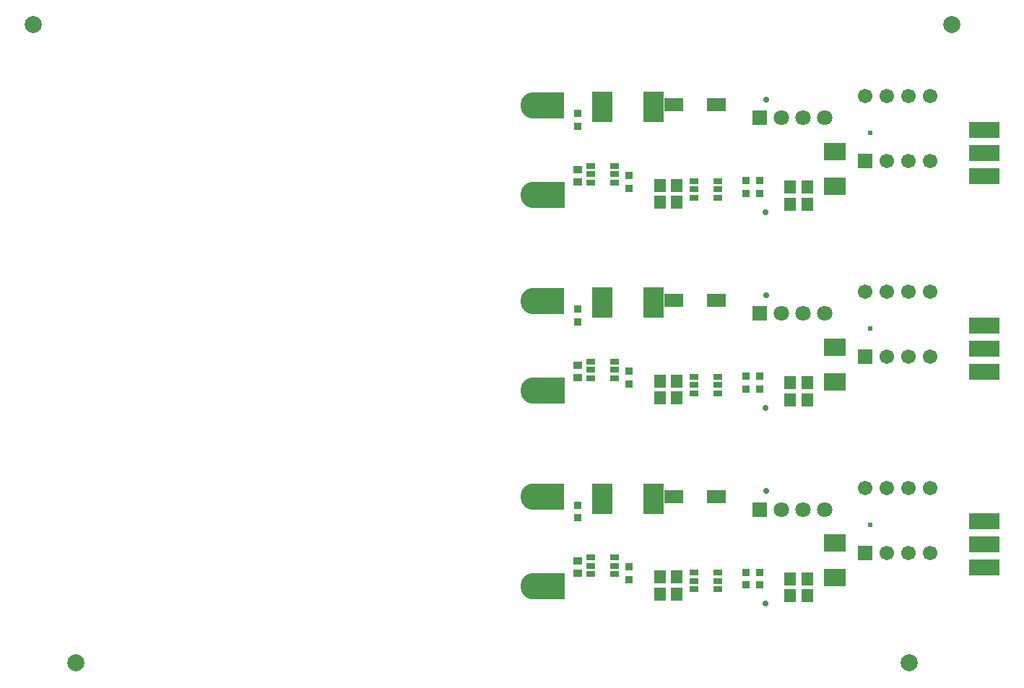
<source format=gts>
G04 Layer: TopSolderMaskLayer*
G04 EasyEDA Pro v1.9.28.eba1c1, 2023-02-22 19:28:42*
G04 Gerber Generator version 0.3*
G04 Scale: 100 percent, Rotated: No, Reflected: No*
G04 Dimensions in millimeters*
G04 Leading zeros omitted, absolute positions, 3 integers and 3 decimals*
G04 Panelize: Stamp Hole, Column: 1, Row: 3, Board Size: 127.734mm x 20.95mm, Panelized Board Size: 127.734mm x 82.847mm, Panelized Method: All Objects*
%FSLAX33Y33*%
%MOMM*%
%AMRect*21,1,$1,$2,0,0,$3*%
%ADD10C,1.999999*%
%ADD11R,3.601601X1.901599*%
%ADD12C,3.101599*%
%ADD13R,3.601601X3.101599*%
%ADD14C,0.7112*%
%ADD15R,1.101598X0.651612*%
%ADD16R,2.164105X1.640611*%
%ADD17R,0.965606X0.908075*%
%ADD18R,2.451608X3.601593*%
%ADD19R,1.45161X1.511605*%
%ADD20R,0.965606X0.908075*%
%ADD21R,1.7018X1.7018*%
%ADD22C,1.7018*%
%ADD23R,2.501595X2.001596*%
%ADD24Rect,2.001596X2.501595X90.73*%
%ADD25R,1.001598X0.901598*%
%ADD26C,1.801597*%
%ADD27R,1.801597X1.801597*%
%ADD28C,0.610001*%
G75*


G04 Panelize Start*
G54D10*
G01X-59975Y60373D03*
G01X47760Y60373D03*
G01X-54975Y-14475D03*
G01X42760Y-14475D03*
G04 Panelize End*

G04 Pad Start*
G54D11*
G01X51562Y2159D03*
G01X51562Y-538D03*
G01X51562Y-3235D03*
G54D12*
G01X-1260Y5000D03*
G01X-1260Y-5500D03*
G54D13*
G01X508Y5000D03*
G01X635Y-5500D03*
G54D14*
G01X26035Y5715D03*
G01X25908Y-7493D03*
G54D15*
G01X20323Y-3876D03*
G01X20323Y-4826D03*
G01X20323Y-5776D03*
G01X17523Y-5776D03*
G01X17523Y-4826D03*
G01X17523Y-3876D03*
G54D16*
G01X15149Y5080D03*
G01X20157Y5080D03*
G54D17*
G01X25273Y-5317D03*
G01X25273Y-3810D03*
G54D18*
G01X6744Y4826D03*
G01X12814Y4826D03*
G54D19*
G01X13589Y-6350D03*
G01X13589Y-4350D03*
G01X15494Y-6350D03*
G01X15494Y-4350D03*
G01X28829Y-6572D03*
G01X28829Y-4572D03*
G01X30861Y-6572D03*
G01X30861Y-4572D03*
G54D20*
G01X23622Y-3810D03*
G01X23622Y-5317D03*
G54D21*
G01X37592Y-1524D03*
G54D22*
G01X40132Y-1524D03*
G01X42672Y-1524D03*
G01X45212Y-1524D03*
G01X45212Y6096D03*
G01X42672Y6096D03*
G01X40132Y6096D03*
G01X37592Y6096D03*
G54D23*
G01X34036Y-4463D03*
G54D24*
G01X34036Y-363D03*
G54D15*
G01X8258Y-2098D03*
G01X8258Y-3048D03*
G01X8258Y-3998D03*
G01X5458Y-3998D03*
G01X5458Y-3048D03*
G01X5458Y-2098D03*
G54D25*
G01X3937Y-3937D03*
G01X3937Y-2537D03*
G54D17*
G01X9906Y-4699D03*
G01X9906Y-3192D03*
G01X3937Y2557D03*
G01X3937Y4064D03*
G54D26*
G01X32893Y3556D03*
G01X30353Y3556D03*
G01X27813Y3556D03*
G54D27*
G01X25273Y3556D03*
G04 Pad End*

G04 Via Start*
G54D28*
G01X38227Y1778D03*
G04 Via End*
G54D10*
G01X-59975Y60373D03*
G01X47760Y60373D03*
G01X-54975Y-14475D03*
G01X42760Y-14475D03*
G04 Panelize End*
G54D11*
G01X51562Y25108D03*
G01X51562Y22411D03*
G01X51562Y19714D03*
G54D12*
G01X-1260Y27949D03*
G01X-1260Y17449D03*
G54D13*
G01X508Y27949D03*
G01X635Y17449D03*
G54D14*
G01X26035Y28664D03*
G01X25908Y15456D03*
G54D15*
G01X20323Y19073D03*
G01X20323Y18123D03*
G01X20323Y17173D03*
G01X17523Y17173D03*
G01X17523Y18123D03*
G01X17523Y19073D03*
G54D16*
G01X15149Y28029D03*
G01X20157Y28029D03*
G54D17*
G01X25273Y17632D03*
G01X25273Y19139D03*
G54D18*
G01X6744Y27775D03*
G01X12814Y27775D03*
G54D19*
G01X13589Y16599D03*
G01X13589Y18599D03*
G01X15494Y16599D03*
G01X15494Y18599D03*
G01X28829Y16377D03*
G01X28829Y18377D03*
G01X30861Y16377D03*
G01X30861Y18377D03*
G54D20*
G01X23622Y19139D03*
G01X23622Y17632D03*
G54D21*
G01X37592Y21425D03*
G54D22*
G01X40132Y21425D03*
G01X42672Y21425D03*
G01X45212Y21425D03*
G01X45212Y29045D03*
G01X42672Y29045D03*
G01X40132Y29045D03*
G01X37592Y29045D03*
G54D23*
G01X34036Y18486D03*
G54D24*
G01X34036Y22586D03*
G54D15*
G01X8258Y20851D03*
G01X8258Y19901D03*
G01X8258Y18951D03*
G01X5458Y18951D03*
G01X5458Y19901D03*
G01X5458Y20851D03*
G54D25*
G01X3937Y19012D03*
G01X3937Y20412D03*
G54D17*
G01X9906Y18250D03*
G01X9906Y19757D03*
G01X3937Y25506D03*
G01X3937Y27013D03*
G54D26*
G01X32893Y26505D03*
G01X30353Y26505D03*
G01X27813Y26505D03*
G54D27*
G01X25273Y26505D03*
G04 Pad End*
G54D28*
G01X38227Y24727D03*
G04 Via End*
G54D10*
G01X-59975Y60373D03*
G01X47760Y60373D03*
G01X-54975Y-14475D03*
G01X42760Y-14475D03*
G04 Panelize End*
G54D11*
G01X51562Y48057D03*
G01X51562Y45360D03*
G01X51562Y42663D03*
G54D12*
G01X-1260Y50898D03*
G01X-1260Y40398D03*
G54D13*
G01X508Y50898D03*
G01X635Y40398D03*
G54D14*
G01X26035Y51613D03*
G01X25908Y38405D03*
G54D15*
G01X20323Y42022D03*
G01X20323Y41072D03*
G01X20323Y40122D03*
G01X17523Y40122D03*
G01X17523Y41072D03*
G01X17523Y42022D03*
G54D16*
G01X15149Y50978D03*
G01X20157Y50978D03*
G54D17*
G01X25273Y40582D03*
G01X25273Y42088D03*
G54D18*
G01X6744Y50724D03*
G01X12814Y50724D03*
G54D19*
G01X13589Y39548D03*
G01X13589Y41548D03*
G01X15494Y39548D03*
G01X15494Y41548D03*
G01X28829Y39326D03*
G01X28829Y41326D03*
G01X30861Y39326D03*
G01X30861Y41326D03*
G54D20*
G01X23622Y42088D03*
G01X23622Y40582D03*
G54D21*
G01X37592Y44374D03*
G54D22*
G01X40132Y44374D03*
G01X42672Y44374D03*
G01X45212Y44374D03*
G01X45212Y51994D03*
G01X42672Y51994D03*
G01X40132Y51994D03*
G01X37592Y51994D03*
G54D23*
G01X34036Y41435D03*
G54D24*
G01X34036Y45535D03*
G54D15*
G01X8258Y43800D03*
G01X8258Y42850D03*
G01X8258Y41900D03*
G01X5458Y41900D03*
G01X5458Y42850D03*
G01X5458Y43800D03*
G54D25*
G01X3937Y41961D03*
G01X3937Y43361D03*
G54D17*
G01X9906Y41199D03*
G01X9906Y42706D03*
G01X3937Y48456D03*
G01X3937Y49962D03*
G54D26*
G01X32893Y49454D03*
G01X30353Y49454D03*
G01X27813Y49454D03*
G54D27*
G01X25273Y49454D03*
G04 Pad End*
G54D28*
G01X38227Y47676D03*
G04 Via End*

M02*

</source>
